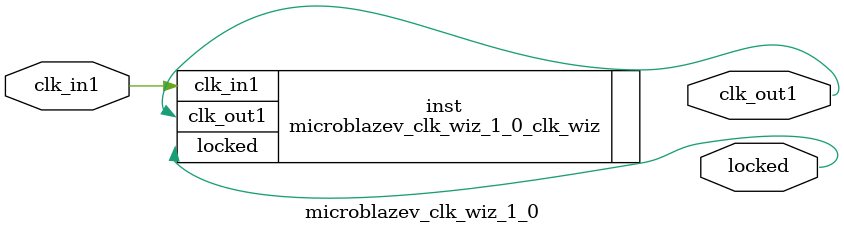
<source format=v>


`timescale 1ps/1ps

(* CORE_GENERATION_INFO = "microblazev_clk_wiz_1_0,clk_wiz_v6_0_15_0_0,{component_name=microblazev_clk_wiz_1_0,use_phase_alignment=true,use_min_o_jitter=false,use_max_i_jitter=false,use_dyn_phase_shift=false,use_inclk_switchover=false,use_dyn_reconfig=false,enable_axi=0,feedback_source=FDBK_AUTO,PRIMITIVE=MMCM,num_out_clk=1,clkin1_period=10.000,clkin2_period=10.000,use_power_down=false,use_reset=false,use_locked=true,use_inclk_stopped=false,feedback_type=SINGLE,CLOCK_MGR_TYPE=NA,manual_override=false}" *)

module microblazev_clk_wiz_1_0 
 (
  // Clock out ports
  output        clk_out1,
  // Status and control signals
  output        locked,
 // Clock in ports
  input         clk_in1
 );

  microblazev_clk_wiz_1_0_clk_wiz inst
  (
  // Clock out ports  
  .clk_out1(clk_out1),
  // Status and control signals               
  .locked(locked),
 // Clock in ports
  .clk_in1(clk_in1)
  );

endmodule

</source>
